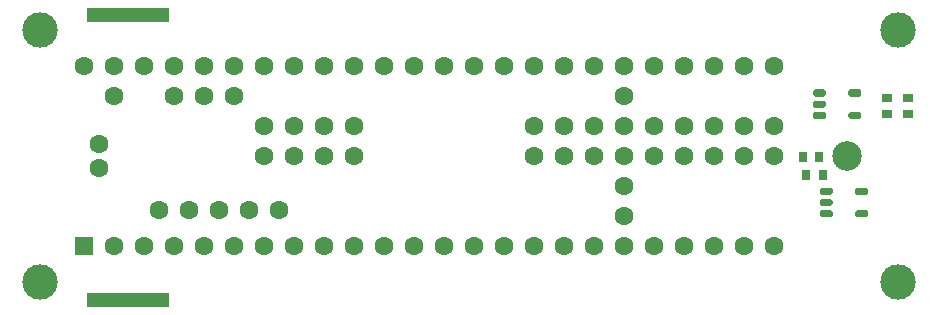
<source format=gbr>
%TF.GenerationSoftware,KiCad,Pcbnew,5.1.10*%
%TF.CreationDate,2021-08-13T05:13:14-07:00*%
%TF.ProjectId,main_board,6d61696e-5f62-46f6-9172-642e6b696361,rev?*%
%TF.SameCoordinates,Original*%
%TF.FileFunction,Soldermask,Top*%
%TF.FilePolarity,Negative*%
%FSLAX46Y46*%
G04 Gerber Fmt 4.6, Leading zero omitted, Abs format (unit mm)*
G04 Created by KiCad (PCBNEW 5.1.10) date 2021-08-13 05:13:14*
%MOMM*%
%LPD*%
G01*
G04 APERTURE LIST*
%ADD10C,2.500000*%
%ADD11C,3.000000*%
%ADD12R,7.000000X1.250000*%
%ADD13C,1.600000*%
%ADD14R,1.600000X1.600000*%
%ADD15R,0.725000X0.900000*%
%ADD16R,0.900000X0.725000*%
G04 APERTURE END LIST*
D10*
%TO.C,H5*%
X125679200Y-83067000D03*
%TD*%
D11*
%TO.C,H3*%
X57360000Y-93744000D03*
%TD*%
%TO.C,H4*%
X57360000Y-72390000D03*
%TD*%
%TO.C,H2*%
X129974000Y-93744000D03*
%TD*%
%TO.C,H1*%
X129974000Y-72390000D03*
%TD*%
D12*
%TO.C,J3*%
X64770000Y-95250000D03*
%TD*%
%TO.C,J2*%
X64770000Y-71120000D03*
%TD*%
D13*
%TO.C,U1*%
X62344300Y-82009900D03*
X62344300Y-84029900D03*
X76314300Y-80479900D03*
X78854300Y-80479900D03*
X81394300Y-80479900D03*
X83934300Y-80479900D03*
X83934300Y-83019900D03*
X81394300Y-83019900D03*
X76314300Y-83019900D03*
X78854300Y-83019900D03*
X99174300Y-83019900D03*
X99174300Y-80479900D03*
X101714300Y-83019900D03*
X101714300Y-80479900D03*
X104254300Y-83019900D03*
X104254300Y-80479900D03*
X119494300Y-83019900D03*
X119494300Y-80479900D03*
X109334300Y-83019900D03*
X111874300Y-83019900D03*
X114414300Y-83019900D03*
X116954300Y-83019900D03*
X116954300Y-80479900D03*
X114414300Y-80479900D03*
X111874300Y-80479900D03*
X109334300Y-80479900D03*
X77584300Y-87639900D03*
X75044300Y-87639900D03*
X72504300Y-87639900D03*
X69964300Y-87639900D03*
X67424300Y-87639900D03*
X73774300Y-77939900D03*
X71234300Y-77939900D03*
X68694300Y-77939900D03*
X63614300Y-77939900D03*
X61074300Y-75399900D03*
X63614300Y-75399900D03*
X66154300Y-75399900D03*
X68694300Y-75399900D03*
X71234300Y-75399900D03*
X73774300Y-75399900D03*
X76314300Y-75399900D03*
X78854300Y-75399900D03*
X81394300Y-75399900D03*
X83934300Y-75399900D03*
X86474300Y-75399900D03*
X89014300Y-75399900D03*
X91554300Y-75399900D03*
X94094300Y-75399900D03*
X96634300Y-75399900D03*
X99174300Y-75399900D03*
D14*
X61074300Y-90639900D03*
D13*
X63614300Y-90639900D03*
X66154300Y-90639900D03*
X68694300Y-90639900D03*
X71234300Y-90639900D03*
X73774300Y-90639900D03*
X76314300Y-90639900D03*
X78854300Y-90639900D03*
X81394300Y-90639900D03*
X83934300Y-90639900D03*
X86474300Y-90639900D03*
X89014300Y-90639900D03*
X91554300Y-90639900D03*
X101714300Y-75399900D03*
X104254300Y-75399900D03*
X106794300Y-75399900D03*
X109334300Y-75399900D03*
X111874300Y-75399900D03*
X114414300Y-75399900D03*
X116954300Y-75399900D03*
X119494300Y-75399900D03*
X106794300Y-77939900D03*
X106794300Y-80479900D03*
X106794300Y-83019900D03*
X106794300Y-85559900D03*
X106794300Y-88099900D03*
X119494300Y-90639900D03*
X116954300Y-90639900D03*
X114414300Y-90639900D03*
X111874300Y-90639900D03*
X94094300Y-90639900D03*
X96634300Y-90639900D03*
X99174300Y-90639900D03*
X109334300Y-90639900D03*
X106794300Y-90639900D03*
X104254300Y-90639900D03*
X101714300Y-90639900D03*
%TD*%
%TO.C,U3*%
G36*
G01*
X123363900Y-86192500D02*
X123363900Y-85892500D01*
G75*
G02*
X123513900Y-85742500I150000J0D01*
G01*
X124313900Y-85742500D01*
G75*
G02*
X124463900Y-85892500I0J-150000D01*
G01*
X124463900Y-86192500D01*
G75*
G02*
X124313900Y-86342500I-150000J0D01*
G01*
X123513900Y-86342500D01*
G75*
G02*
X123363900Y-86192500I0J150000D01*
G01*
G37*
G36*
G01*
X126363900Y-86192500D02*
X126363900Y-85892500D01*
G75*
G02*
X126513900Y-85742500I150000J0D01*
G01*
X127313900Y-85742500D01*
G75*
G02*
X127463900Y-85892500I0J-150000D01*
G01*
X127463900Y-86192500D01*
G75*
G02*
X127313900Y-86342500I-150000J0D01*
G01*
X126513900Y-86342500D01*
G75*
G02*
X126363900Y-86192500I0J150000D01*
G01*
G37*
G36*
G01*
X123363900Y-87142500D02*
X123363900Y-86842500D01*
G75*
G02*
X123513900Y-86692500I150000J0D01*
G01*
X124313900Y-86692500D01*
G75*
G02*
X124463900Y-86842500I0J-150000D01*
G01*
X124463900Y-87142500D01*
G75*
G02*
X124313900Y-87292500I-150000J0D01*
G01*
X123513900Y-87292500D01*
G75*
G02*
X123363900Y-87142500I0J150000D01*
G01*
G37*
G36*
G01*
X123363900Y-88092500D02*
X123363900Y-87792500D01*
G75*
G02*
X123513900Y-87642500I150000J0D01*
G01*
X124313900Y-87642500D01*
G75*
G02*
X124463900Y-87792500I0J-150000D01*
G01*
X124463900Y-88092500D01*
G75*
G02*
X124313900Y-88242500I-150000J0D01*
G01*
X123513900Y-88242500D01*
G75*
G02*
X123363900Y-88092500I0J150000D01*
G01*
G37*
G36*
G01*
X126363900Y-88092500D02*
X126363900Y-87792500D01*
G75*
G02*
X126513900Y-87642500I150000J0D01*
G01*
X127313900Y-87642500D01*
G75*
G02*
X127463900Y-87792500I0J-150000D01*
G01*
X127463900Y-88092500D01*
G75*
G02*
X127313900Y-88242500I-150000J0D01*
G01*
X126513900Y-88242500D01*
G75*
G02*
X126363900Y-88092500I0J150000D01*
G01*
G37*
%TD*%
%TO.C,U2*%
G36*
G01*
X122792400Y-77866300D02*
X122792400Y-77566300D01*
G75*
G02*
X122942400Y-77416300I150000J0D01*
G01*
X123742400Y-77416300D01*
G75*
G02*
X123892400Y-77566300I0J-150000D01*
G01*
X123892400Y-77866300D01*
G75*
G02*
X123742400Y-78016300I-150000J0D01*
G01*
X122942400Y-78016300D01*
G75*
G02*
X122792400Y-77866300I0J150000D01*
G01*
G37*
G36*
G01*
X125792400Y-77866300D02*
X125792400Y-77566300D01*
G75*
G02*
X125942400Y-77416300I150000J0D01*
G01*
X126742400Y-77416300D01*
G75*
G02*
X126892400Y-77566300I0J-150000D01*
G01*
X126892400Y-77866300D01*
G75*
G02*
X126742400Y-78016300I-150000J0D01*
G01*
X125942400Y-78016300D01*
G75*
G02*
X125792400Y-77866300I0J150000D01*
G01*
G37*
G36*
G01*
X122792400Y-78816300D02*
X122792400Y-78516300D01*
G75*
G02*
X122942400Y-78366300I150000J0D01*
G01*
X123742400Y-78366300D01*
G75*
G02*
X123892400Y-78516300I0J-150000D01*
G01*
X123892400Y-78816300D01*
G75*
G02*
X123742400Y-78966300I-150000J0D01*
G01*
X122942400Y-78966300D01*
G75*
G02*
X122792400Y-78816300I0J150000D01*
G01*
G37*
G36*
G01*
X122792400Y-79766300D02*
X122792400Y-79466300D01*
G75*
G02*
X122942400Y-79316300I150000J0D01*
G01*
X123742400Y-79316300D01*
G75*
G02*
X123892400Y-79466300I0J-150000D01*
G01*
X123892400Y-79766300D01*
G75*
G02*
X123742400Y-79916300I-150000J0D01*
G01*
X122942400Y-79916300D01*
G75*
G02*
X122792400Y-79766300I0J150000D01*
G01*
G37*
G36*
G01*
X125792400Y-79766300D02*
X125792400Y-79466300D01*
G75*
G02*
X125942400Y-79316300I150000J0D01*
G01*
X126742400Y-79316300D01*
G75*
G02*
X126892400Y-79466300I0J-150000D01*
G01*
X126892400Y-79766300D01*
G75*
G02*
X126742400Y-79916300I-150000J0D01*
G01*
X125942400Y-79916300D01*
G75*
G02*
X125792400Y-79766300I0J150000D01*
G01*
G37*
%TD*%
D15*
%TO.C,R6*%
X122234100Y-84683600D03*
X123609100Y-84683600D03*
%TD*%
D16*
%TO.C,R3*%
X129095500Y-78143100D03*
X129095500Y-79518100D03*
%TD*%
D15*
%TO.C,C2*%
X121932700Y-83108800D03*
X123307700Y-83108800D03*
%TD*%
D16*
%TO.C,C1*%
X130848100Y-78105000D03*
X130848100Y-79480000D03*
%TD*%
M02*

</source>
